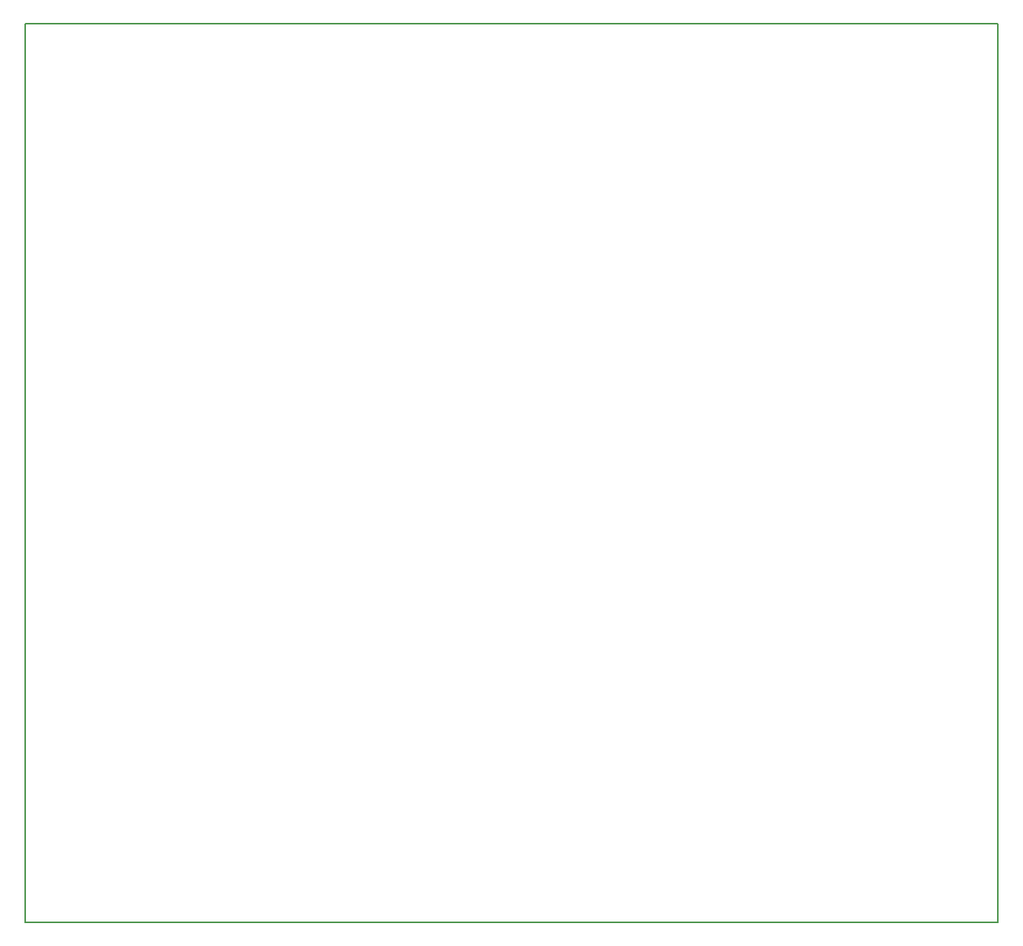
<source format=gbr>
G04 PROTEUS GERBER X2 FILE*
%TF.GenerationSoftware,Labcenter,Proteus,8.7-SP3-Build25561*%
%TF.CreationDate,2021-06-13T19:25:45+00:00*%
%TF.FileFunction,NonPlated,1,4,NPTH*%
%TF.FilePolarity,Positive*%
%TF.Part,Single*%
%TF.SameCoordinates,{9c7b3d0d-a21c-4509-bc3d-39c11cb24c33}*%
%FSLAX45Y45*%
%MOMM*%
G01*
%TA.AperFunction,Profile*%
%ADD46C,0.203200*%
%TD.AperFunction*%
D46*
X-1079500Y-7620000D02*
X+9715500Y-7620000D01*
X+9715500Y+2349500D01*
X-1079500Y+2349500D01*
X-1079500Y-7620000D01*
M02*

</source>
